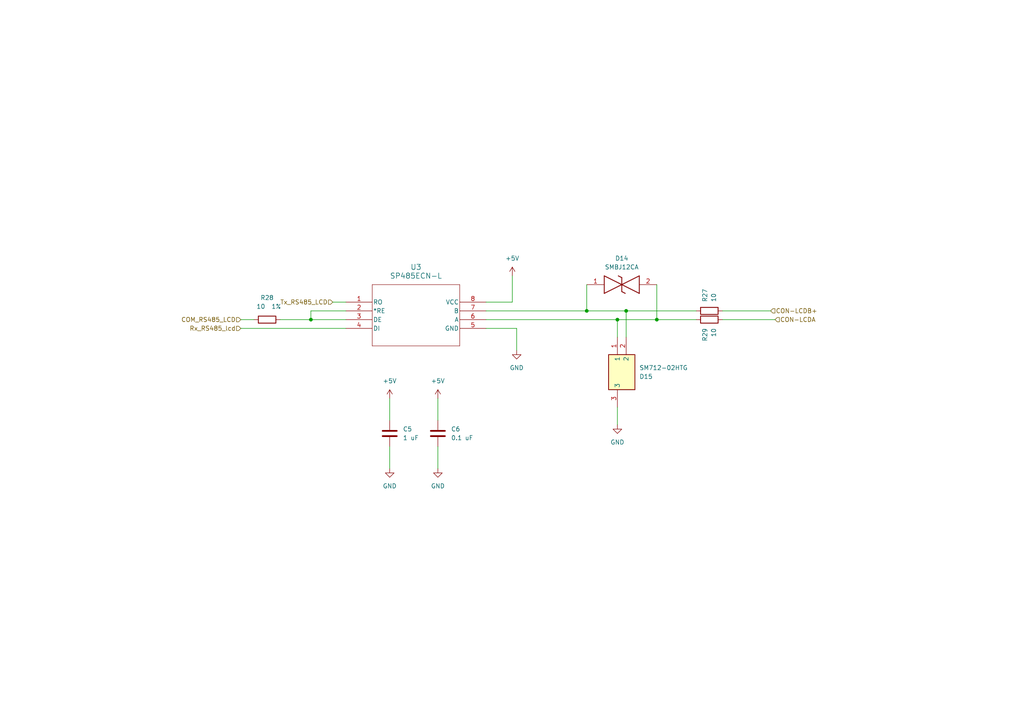
<source format=kicad_sch>
(kicad_sch (version 20230121) (generator eeschema)

  (uuid 8986246f-12e5-4317-8713-bac437ec8263)

  (paper "A4")

  (lib_symbols
    (symbol "2023-07-02_02-34-59:SP485ECN-L" (pin_names (offset 0.254)) (in_bom yes) (on_board yes)
      (property "Reference" "U" (at 20.32 10.16 0)
        (effects (font (size 1.524 1.524)))
      )
      (property "Value" "SP485ECN-L" (at 20.32 7.62 0)
        (effects (font (size 1.524 1.524)))
      )
      (property "Footprint" "NSOIC-8" (at 0 0 0)
        (effects (font (size 1.27 1.27) italic) hide)
      )
      (property "Datasheet" "SP485ECN-L" (at 0 0 0)
        (effects (font (size 1.27 1.27) italic) hide)
      )
      (property "ki_locked" "" (at 0 0 0)
        (effects (font (size 1.27 1.27)))
      )
      (property "ki_keywords" "SP485ECN-L" (at 0 0 0)
        (effects (font (size 1.27 1.27)) hide)
      )
      (property "ki_fp_filters" "NSOIC-8 NSOIC-8-M NSOIC-8-L" (at 0 0 0)
        (effects (font (size 1.27 1.27)) hide)
      )
      (symbol "SP485ECN-L_0_1"
        (polyline
          (pts
            (xy 7.62 -12.7)
            (xy 33.02 -12.7)
          )
          (stroke (width 0.127) (type default))
          (fill (type none))
        )
        (polyline
          (pts
            (xy 7.62 5.08)
            (xy 7.62 -12.7)
          )
          (stroke (width 0.127) (type default))
          (fill (type none))
        )
        (polyline
          (pts
            (xy 33.02 -12.7)
            (xy 33.02 5.08)
          )
          (stroke (width 0.127) (type default))
          (fill (type none))
        )
        (polyline
          (pts
            (xy 33.02 5.08)
            (xy 7.62 5.08)
          )
          (stroke (width 0.127) (type default))
          (fill (type none))
        )
        (pin output line (at 0 0 0) (length 7.62)
          (name "RO" (effects (font (size 1.27 1.27))))
          (number "1" (effects (font (size 1.27 1.27))))
        )
        (pin output line (at 0 -2.54 0) (length 7.62)
          (name "*RE" (effects (font (size 1.27 1.27))))
          (number "2" (effects (font (size 1.27 1.27))))
        )
        (pin output line (at 0 -5.08 0) (length 7.62)
          (name "DE" (effects (font (size 1.27 1.27))))
          (number "3" (effects (font (size 1.27 1.27))))
        )
        (pin input line (at 0 -7.62 0) (length 7.62)
          (name "DI" (effects (font (size 1.27 1.27))))
          (number "4" (effects (font (size 1.27 1.27))))
        )
        (pin power_out line (at 40.64 -7.62 180) (length 7.62)
          (name "GND" (effects (font (size 1.27 1.27))))
          (number "5" (effects (font (size 1.27 1.27))))
        )
        (pin bidirectional line (at 40.64 -5.08 180) (length 7.62)
          (name "A" (effects (font (size 1.27 1.27))))
          (number "6" (effects (font (size 1.27 1.27))))
        )
        (pin bidirectional line (at 40.64 -2.54 180) (length 7.62)
          (name "B" (effects (font (size 1.27 1.27))))
          (number "7" (effects (font (size 1.27 1.27))))
        )
        (pin power_in line (at 40.64 0 180) (length 7.62)
          (name "VCC" (effects (font (size 1.27 1.27))))
          (number "8" (effects (font (size 1.27 1.27))))
        )
      )
    )
    (symbol "Device:C" (pin_numbers hide) (pin_names (offset 0.254)) (in_bom yes) (on_board yes)
      (property "Reference" "C" (at 0.635 2.54 0)
        (effects (font (size 1.27 1.27)) (justify left))
      )
      (property "Value" "C" (at 0.635 -2.54 0)
        (effects (font (size 1.27 1.27)) (justify left))
      )
      (property "Footprint" "" (at 0.9652 -3.81 0)
        (effects (font (size 1.27 1.27)) hide)
      )
      (property "Datasheet" "~" (at 0 0 0)
        (effects (font (size 1.27 1.27)) hide)
      )
      (property "ki_keywords" "cap capacitor" (at 0 0 0)
        (effects (font (size 1.27 1.27)) hide)
      )
      (property "ki_description" "Unpolarized capacitor" (at 0 0 0)
        (effects (font (size 1.27 1.27)) hide)
      )
      (property "ki_fp_filters" "C_*" (at 0 0 0)
        (effects (font (size 1.27 1.27)) hide)
      )
      (symbol "C_0_1"
        (polyline
          (pts
            (xy -2.032 -0.762)
            (xy 2.032 -0.762)
          )
          (stroke (width 0.508) (type default))
          (fill (type none))
        )
        (polyline
          (pts
            (xy -2.032 0.762)
            (xy 2.032 0.762)
          )
          (stroke (width 0.508) (type default))
          (fill (type none))
        )
      )
      (symbol "C_1_1"
        (pin passive line (at 0 3.81 270) (length 2.794)
          (name "~" (effects (font (size 1.27 1.27))))
          (number "1" (effects (font (size 1.27 1.27))))
        )
        (pin passive line (at 0 -3.81 90) (length 2.794)
          (name "~" (effects (font (size 1.27 1.27))))
          (number "2" (effects (font (size 1.27 1.27))))
        )
      )
    )
    (symbol "Device:R" (pin_numbers hide) (pin_names (offset 0)) (in_bom yes) (on_board yes)
      (property "Reference" "R" (at 2.032 0 90)
        (effects (font (size 1.27 1.27)))
      )
      (property "Value" "R" (at 0 0 90)
        (effects (font (size 1.27 1.27)))
      )
      (property "Footprint" "" (at -1.778 0 90)
        (effects (font (size 1.27 1.27)) hide)
      )
      (property "Datasheet" "~" (at 0 0 0)
        (effects (font (size 1.27 1.27)) hide)
      )
      (property "ki_keywords" "R res resistor" (at 0 0 0)
        (effects (font (size 1.27 1.27)) hide)
      )
      (property "ki_description" "Resistor" (at 0 0 0)
        (effects (font (size 1.27 1.27)) hide)
      )
      (property "ki_fp_filters" "R_*" (at 0 0 0)
        (effects (font (size 1.27 1.27)) hide)
      )
      (symbol "R_0_1"
        (rectangle (start -1.016 -2.54) (end 1.016 2.54)
          (stroke (width 0.254) (type default))
          (fill (type none))
        )
      )
      (symbol "R_1_1"
        (pin passive line (at 0 3.81 270) (length 1.27)
          (name "~" (effects (font (size 1.27 1.27))))
          (number "1" (effects (font (size 1.27 1.27))))
        )
        (pin passive line (at 0 -3.81 90) (length 1.27)
          (name "~" (effects (font (size 1.27 1.27))))
          (number "2" (effects (font (size 1.27 1.27))))
        )
      )
    )
    (symbol "SM712-02HTG:SM712-02HTG" (in_bom yes) (on_board yes)
      (property "Reference" "D" (at 16.51 7.62 0)
        (effects (font (size 1.27 1.27)) (justify left top))
      )
      (property "Value" "SM712-02HTG" (at 16.51 5.08 0)
        (effects (font (size 1.27 1.27)) (justify left top))
      )
      (property "Footprint" "SM71202HTG" (at 16.51 -94.92 0)
        (effects (font (size 1.27 1.27)) (justify left top) hide)
      )
      (property "Datasheet" "https://www.littelfuse.com/media?resourcetype=datasheets&itemid=a4019802-ff62-41ff-bf66-295f97422f81&filename=littelfuse-tvs-diode-array-sm712-datasheet" (at 16.51 -194.92 0)
        (effects (font (size 1.27 1.27)) (justify left top) hide)
      )
      (property "Height" "1.12" (at 16.51 -394.92 0)
        (effects (font (size 1.27 1.27)) (justify left top) hide)
      )
      (property "Manufacturer_Name" "LITTELFUSE" (at 16.51 -494.92 0)
        (effects (font (size 1.27 1.27)) (justify left top) hide)
      )
      (property "Manufacturer_Part_Number" "SM712-02HTG" (at 16.51 -594.92 0)
        (effects (font (size 1.27 1.27)) (justify left top) hide)
      )
      (property "Mouser Part Number" "576-SM712-02HTG" (at 16.51 -694.92 0)
        (effects (font (size 1.27 1.27)) (justify left top) hide)
      )
      (property "Mouser Price/Stock" "https://www.mouser.co.uk/ProductDetail/Littelfuse/SM712-02HTG?qs=aGgfWYEhH7lQgBVBPCUDkw%3D%3D" (at 16.51 -794.92 0)
        (effects (font (size 1.27 1.27)) (justify left top) hide)
      )
      (property "Arrow Part Number" "SM712-02HTG" (at 16.51 -894.92 0)
        (effects (font (size 1.27 1.27)) (justify left top) hide)
      )
      (property "Arrow Price/Stock" "https://www.arrow.com/en/products/sm712-02htg/littelfuse?region=europe" (at 16.51 -994.92 0)
        (effects (font (size 1.27 1.27)) (justify left top) hide)
      )
      (property "ki_description" "31V, 19V Clamp 19A (8/20s) Ipp Tvs Diode Surface Mount SOT-23-3" (at 0 0 0)
        (effects (font (size 1.27 1.27)) hide)
      )
      (symbol "SM712-02HTG_1_1"
        (rectangle (start 5.08 2.54) (end 15.24 -5.08)
          (stroke (width 0.254) (type default))
          (fill (type background))
        )
        (pin passive line (at 0 0 0) (length 5.08)
          (name "1" (effects (font (size 1.27 1.27))))
          (number "1" (effects (font (size 1.27 1.27))))
        )
        (pin passive line (at 0 -2.54 0) (length 5.08)
          (name "2" (effects (font (size 1.27 1.27))))
          (number "2" (effects (font (size 1.27 1.27))))
        )
        (pin passive line (at 20.32 0 180) (length 5.08)
          (name "3" (effects (font (size 1.27 1.27))))
          (number "3" (effects (font (size 1.27 1.27))))
        )
      )
    )
    (symbol "SMBJ12CA:SMBJ12CA" (pin_names hide) (in_bom yes) (on_board yes)
      (property "Reference" "D" (at 12.7 8.89 0)
        (effects (font (size 1.27 1.27)) (justify left bottom))
      )
      (property "Value" "SMBJ12CA" (at 12.7 6.35 0)
        (effects (font (size 1.27 1.27)) (justify left bottom))
      )
      (property "Footprint" "DIONM5443X244N" (at 12.7 -93.65 0)
        (effects (font (size 1.27 1.27)) (justify left bottom) hide)
      )
      (property "Datasheet" "https://datasheet.datasheetarchive.com/originals/distributors/Datasheets-DGA26/1840764.pdf" (at 12.7 -193.65 0)
        (effects (font (size 1.27 1.27)) (justify left bottom) hide)
      )
      (property "Height" "2.44" (at 12.7 -393.65 0)
        (effects (font (size 1.27 1.27)) (justify left bottom) hide)
      )
      (property "Mouser Part Number" "652-SMBJ12CA" (at 12.7 -493.65 0)
        (effects (font (size 1.27 1.27)) (justify left bottom) hide)
      )
      (property "Mouser Price/Stock" "https://www.mouser.co.uk/ProductDetail/Bourns/SMBJ12CA?qs=d7fLapxX37HuPPjHuz97DA%3D%3D" (at 12.7 -593.65 0)
        (effects (font (size 1.27 1.27)) (justify left bottom) hide)
      )
      (property "Manufacturer_Name" "Bourns" (at 12.7 -693.65 0)
        (effects (font (size 1.27 1.27)) (justify left bottom) hide)
      )
      (property "Manufacturer_Part_Number" "SMBJ12CA" (at 12.7 -793.65 0)
        (effects (font (size 1.27 1.27)) (justify left bottom) hide)
      )
      (property "ki_description" "BOURNS - SMBJ12CA - TVS DIODE, 600W, 12V, BIDIR, DO-214AA" (at 0 0 0)
        (effects (font (size 1.27 1.27)) hide)
      )
      (symbol "SMBJ12CA_1_1"
        (polyline
          (pts
            (xy 5.08 2.54)
            (xy 5.08 -2.54)
          )
          (stroke (width 0.254) (type default))
          (fill (type none))
        )
        (polyline
          (pts
            (xy 5.08 2.54)
            (xy 10.16 0)
          )
          (stroke (width 0.254) (type default))
          (fill (type none))
        )
        (polyline
          (pts
            (xy 9.144 2.54)
            (xy 10.16 2.032)
          )
          (stroke (width 0.254) (type default))
          (fill (type none))
        )
        (polyline
          (pts
            (xy 10.16 -2.032)
            (xy 10.16 2.032)
          )
          (stroke (width 0.254) (type default))
          (fill (type none))
        )
        (polyline
          (pts
            (xy 10.16 -2.032)
            (xy 11.176 -2.54)
          )
          (stroke (width 0.254) (type default))
          (fill (type none))
        )
        (polyline
          (pts
            (xy 10.16 0)
            (xy 5.08 -2.54)
          )
          (stroke (width 0.254) (type default))
          (fill (type none))
        )
        (polyline
          (pts
            (xy 10.16 0)
            (xy 15.24 -2.54)
          )
          (stroke (width 0.254) (type default))
          (fill (type none))
        )
        (polyline
          (pts
            (xy 15.24 2.54)
            (xy 10.16 0)
          )
          (stroke (width 0.254) (type default))
          (fill (type none))
        )
        (polyline
          (pts
            (xy 15.24 2.54)
            (xy 15.24 -2.54)
          )
          (stroke (width 0.254) (type default))
          (fill (type none))
        )
        (pin passive line (at 0 0 0) (length 5.08)
          (name "1" (effects (font (size 1.27 1.27))))
          (number "1" (effects (font (size 1.27 1.27))))
        )
        (pin passive line (at 20.32 0 180) (length 5.08)
          (name "2" (effects (font (size 1.27 1.27))))
          (number "2" (effects (font (size 1.27 1.27))))
        )
      )
    )
    (symbol "power:+5V" (power) (pin_names (offset 0)) (in_bom yes) (on_board yes)
      (property "Reference" "#PWR" (at 0 -3.81 0)
        (effects (font (size 1.27 1.27)) hide)
      )
      (property "Value" "+5V" (at 0 3.556 0)
        (effects (font (size 1.27 1.27)))
      )
      (property "Footprint" "" (at 0 0 0)
        (effects (font (size 1.27 1.27)) hide)
      )
      (property "Datasheet" "" (at 0 0 0)
        (effects (font (size 1.27 1.27)) hide)
      )
      (property "ki_keywords" "global power" (at 0 0 0)
        (effects (font (size 1.27 1.27)) hide)
      )
      (property "ki_description" "Power symbol creates a global label with name \"+5V\"" (at 0 0 0)
        (effects (font (size 1.27 1.27)) hide)
      )
      (symbol "+5V_0_1"
        (polyline
          (pts
            (xy -0.762 1.27)
            (xy 0 2.54)
          )
          (stroke (width 0) (type default))
          (fill (type none))
        )
        (polyline
          (pts
            (xy 0 0)
            (xy 0 2.54)
          )
          (stroke (width 0) (type default))
          (fill (type none))
        )
        (polyline
          (pts
            (xy 0 2.54)
            (xy 0.762 1.27)
          )
          (stroke (width 0) (type default))
          (fill (type none))
        )
      )
      (symbol "+5V_1_1"
        (pin power_in line (at 0 0 90) (length 0) hide
          (name "+5V" (effects (font (size 1.27 1.27))))
          (number "1" (effects (font (size 1.27 1.27))))
        )
      )
    )
    (symbol "power:GND" (power) (pin_names (offset 0)) (in_bom yes) (on_board yes)
      (property "Reference" "#PWR" (at 0 -6.35 0)
        (effects (font (size 1.27 1.27)) hide)
      )
      (property "Value" "GND" (at 0 -3.81 0)
        (effects (font (size 1.27 1.27)))
      )
      (property "Footprint" "" (at 0 0 0)
        (effects (font (size 1.27 1.27)) hide)
      )
      (property "Datasheet" "" (at 0 0 0)
        (effects (font (size 1.27 1.27)) hide)
      )
      (property "ki_keywords" "global power" (at 0 0 0)
        (effects (font (size 1.27 1.27)) hide)
      )
      (property "ki_description" "Power symbol creates a global label with name \"GND\" , ground" (at 0 0 0)
        (effects (font (size 1.27 1.27)) hide)
      )
      (symbol "GND_0_1"
        (polyline
          (pts
            (xy 0 0)
            (xy 0 -1.27)
            (xy 1.27 -1.27)
            (xy 0 -2.54)
            (xy -1.27 -1.27)
            (xy 0 -1.27)
          )
          (stroke (width 0) (type default))
          (fill (type none))
        )
      )
      (symbol "GND_1_1"
        (pin power_in line (at 0 0 270) (length 0) hide
          (name "GND" (effects (font (size 1.27 1.27))))
          (number "1" (effects (font (size 1.27 1.27))))
        )
      )
    )
  )

  (junction (at 90.17 92.71) (diameter 0) (color 0 0 0 0)
    (uuid 37dab96d-ac0e-4af3-8cd6-3394e5bd4e98)
  )
  (junction (at 170.18 90.17) (diameter 0) (color 0 0 0 0)
    (uuid 5510296b-e7b6-4b12-aa6f-080f849b23a0)
  )
  (junction (at 179.07 92.71) (diameter 0) (color 0 0 0 0)
    (uuid 6eab371b-a74a-4a0b-800b-b2d1d62ce766)
  )
  (junction (at 181.61 90.17) (diameter 0) (color 0 0 0 0)
    (uuid d1ec1c5a-8c70-4d8f-b7a5-5aeaedaae951)
  )
  (junction (at 190.5 92.71) (diameter 0) (color 0 0 0 0)
    (uuid ec1def3d-48b2-4a18-a03c-3a8d276fdc18)
  )

  (wire (pts (xy 149.86 101.6) (xy 149.86 95.25))
    (stroke (width 0) (type default))
    (uuid 07a28e38-d5e9-4bdd-aa61-108b332971fe)
  )
  (wire (pts (xy 179.07 92.71) (xy 190.5 92.71))
    (stroke (width 0) (type default))
    (uuid 086063c4-b097-4bc3-a2e8-58e9be260940)
  )
  (wire (pts (xy 190.5 92.71) (xy 201.93 92.71))
    (stroke (width 0) (type default))
    (uuid 08c0997a-b626-4c61-aae4-06df0b1b3672)
  )
  (wire (pts (xy 96.52 87.63) (xy 100.33 87.63))
    (stroke (width 0) (type default))
    (uuid 199fc8db-b628-4eda-b6c4-955ae754cf3b)
  )
  (wire (pts (xy 190.5 82.55) (xy 190.5 92.71))
    (stroke (width 0) (type default))
    (uuid 19da5969-ec6e-45fa-a697-f4fbbe3f540f)
  )
  (wire (pts (xy 69.85 92.71) (xy 73.66 92.71))
    (stroke (width 0) (type default))
    (uuid 208f4ced-ee42-4796-a0c8-8dbf007878fa)
  )
  (wire (pts (xy 140.97 90.17) (xy 170.18 90.17))
    (stroke (width 0) (type default))
    (uuid 29471481-c86f-4ef7-bf12-0fe356339b44)
  )
  (wire (pts (xy 140.97 92.71) (xy 179.07 92.71))
    (stroke (width 0) (type default))
    (uuid 3b91358c-683e-4e1c-bcf0-749e305b0207)
  )
  (wire (pts (xy 149.86 95.25) (xy 140.97 95.25))
    (stroke (width 0) (type default))
    (uuid 60a60f65-4ba2-45a9-a77a-b69a37c8b4a2)
  )
  (wire (pts (xy 179.07 118.11) (xy 179.07 123.19))
    (stroke (width 0) (type default))
    (uuid 6326e931-040f-436b-a6e5-cad2804f91d1)
  )
  (wire (pts (xy 179.07 92.71) (xy 179.07 97.79))
    (stroke (width 0) (type default))
    (uuid 65fd37a2-edf1-492b-a801-b252374317c9)
  )
  (wire (pts (xy 209.55 92.71) (xy 224.79 92.71))
    (stroke (width 0) (type default))
    (uuid 7fa24f01-d293-4453-8e01-88cd55dae17c)
  )
  (wire (pts (xy 81.28 92.71) (xy 90.17 92.71))
    (stroke (width 0) (type default))
    (uuid 8723c836-2bb5-457d-808b-b98cd56ccc0a)
  )
  (wire (pts (xy 148.59 80.01) (xy 148.59 87.63))
    (stroke (width 0) (type default))
    (uuid 97690a7e-c5f1-43ff-afa9-8d3e6b61d731)
  )
  (wire (pts (xy 170.18 90.17) (xy 181.61 90.17))
    (stroke (width 0) (type default))
    (uuid 9c0275b1-0c10-4988-abf2-4acf35c0f4fe)
  )
  (wire (pts (xy 69.85 95.25) (xy 100.33 95.25))
    (stroke (width 0) (type default))
    (uuid a328589a-f805-43b2-8496-4da48bf3fb23)
  )
  (wire (pts (xy 90.17 90.17) (xy 100.33 90.17))
    (stroke (width 0) (type default))
    (uuid a91cc03b-50f0-4bbe-af3f-6b08e2d339b9)
  )
  (wire (pts (xy 170.18 82.55) (xy 170.18 90.17))
    (stroke (width 0) (type default))
    (uuid b9996c4e-af85-4cc0-90f9-321d2dbeee06)
  )
  (wire (pts (xy 148.59 87.63) (xy 140.97 87.63))
    (stroke (width 0) (type default))
    (uuid bc44c4d2-b79c-4464-b97d-c5394f065460)
  )
  (wire (pts (xy 127 129.54) (xy 127 135.89))
    (stroke (width 0) (type default))
    (uuid bc919518-1add-4762-b803-f877ed5fe592)
  )
  (wire (pts (xy 209.55 90.17) (xy 223.52 90.17))
    (stroke (width 0) (type default))
    (uuid be0b82de-047c-4238-bad8-daffb14367ee)
  )
  (wire (pts (xy 181.61 90.17) (xy 181.61 97.79))
    (stroke (width 0) (type default))
    (uuid c6509f87-dbef-495c-ab53-3b2b8e9e5b1a)
  )
  (wire (pts (xy 181.61 90.17) (xy 201.93 90.17))
    (stroke (width 0) (type default))
    (uuid cde1af3d-ad8b-485d-909b-b0661c12cd5e)
  )
  (wire (pts (xy 113.03 115.57) (xy 113.03 121.92))
    (stroke (width 0) (type default))
    (uuid e5a16481-9678-4b41-8668-a0a37923c466)
  )
  (wire (pts (xy 113.03 129.54) (xy 113.03 135.89))
    (stroke (width 0) (type default))
    (uuid ecfcd054-c3ba-45b8-9d42-914f6519e2a6)
  )
  (wire (pts (xy 90.17 92.71) (xy 90.17 90.17))
    (stroke (width 0) (type default))
    (uuid edfae7da-540a-4846-9b0e-4378142b189d)
  )
  (wire (pts (xy 90.17 92.71) (xy 100.33 92.71))
    (stroke (width 0) (type default))
    (uuid f4b2e774-3e11-4b46-935d-ddc29edb06d2)
  )
  (wire (pts (xy 127 115.57) (xy 127 121.92))
    (stroke (width 0) (type default))
    (uuid f905cd09-3daf-4e28-97c6-527647c8f049)
  )

  (hierarchical_label "COM_RS485_LCD" (shape input) (at 69.85 92.71 180) (fields_autoplaced)
    (effects (font (size 1.27 1.27)) (justify right))
    (uuid 36fe0182-d8ba-4a99-b33e-edde74000804)
  )
  (hierarchical_label "CON-LCDB+" (shape input) (at 223.52 90.17 0) (fields_autoplaced)
    (effects (font (size 1.27 1.27)) (justify left))
    (uuid 53e2e18b-65c4-41c1-abc5-0f630e5b6374)
  )
  (hierarchical_label "Tx_RS485_LCD" (shape input) (at 96.52 87.63 180) (fields_autoplaced)
    (effects (font (size 1.27 1.27)) (justify right))
    (uuid 7724242d-389b-4c5f-9460-6287344cbbe6)
  )
  (hierarchical_label "Rx_RS485_lcd" (shape input) (at 69.85 95.25 180) (fields_autoplaced)
    (effects (font (size 1.27 1.27)) (justify right))
    (uuid a5040393-6ce9-4f62-9c8a-8c03bb4d3937)
  )
  (hierarchical_label "CON-LCDA" (shape input) (at 224.79 92.71 0) (fields_autoplaced)
    (effects (font (size 1.27 1.27)) (justify left))
    (uuid e9025136-a6e8-43f6-a85d-7b794f056f3e)
  )

  (symbol (lib_id "power:+5V") (at 113.03 115.57 0) (unit 1)
    (in_bom yes) (on_board yes) (dnp no) (fields_autoplaced)
    (uuid 170aad8c-4af0-4218-a9ed-481a5a9e28f6)
    (property "Reference" "#PWR034" (at 113.03 119.38 0)
      (effects (font (size 1.27 1.27)) hide)
    )
    (property "Value" "+5V" (at 113.03 110.49 0)
      (effects (font (size 1.27 1.27)))
    )
    (property "Footprint" "" (at 113.03 115.57 0)
      (effects (font (size 1.27 1.27)) hide)
    )
    (property "Datasheet" "" (at 113.03 115.57 0)
      (effects (font (size 1.27 1.27)) hide)
    )
    (pin "1" (uuid 136c04e6-bd0b-4de8-805d-c2839910622e))
    (instances
      (project "Room_Link"
        (path "/c4ebd78f-0c54-42fb-8411-155772684713/6ffab1c0-a902-4896-acce-96f8f8ea2f51/8d7c8ed9-ca53-4563-8d3f-2b2a3ea9afb6"
          (reference "#PWR034") (unit 1)
        )
      )
    )
  )

  (symbol (lib_id "Device:R") (at 205.74 92.71 90) (unit 1)
    (in_bom yes) (on_board yes) (dnp no)
    (uuid 24e6af76-1872-4a77-b585-20f81cbdcaf1)
    (property "Reference" "R29" (at 204.47 99.06 0)
      (effects (font (size 1.27 1.27)) (justify left))
    )
    (property "Value" "10" (at 207.01 97.79 0)
      (effects (font (size 1.27 1.27)) (justify left))
    )
    (property "Footprint" "Resistor_SMD:R_0805_2012Metric_Pad1.20x1.40mm_HandSolder" (at 205.74 94.488 90)
      (effects (font (size 1.27 1.27)) hide)
    )
    (property "Datasheet" "~" (at 205.74 92.71 0)
      (effects (font (size 1.27 1.27)) hide)
    )
    (pin "1" (uuid 9a8f0463-655a-4482-a593-343cf5d0d744))
    (pin "2" (uuid d3953cea-7faa-4484-8a9c-7cb895952559))
    (instances
      (project "Room_Link"
        (path "/c4ebd78f-0c54-42fb-8411-155772684713/6ffab1c0-a902-4896-acce-96f8f8ea2f51/8d7c8ed9-ca53-4563-8d3f-2b2a3ea9afb6"
          (reference "R29") (unit 1)
        )
      )
    )
  )

  (symbol (lib_id "SMBJ12CA:SMBJ12CA") (at 170.18 82.55 0) (unit 1)
    (in_bom yes) (on_board yes) (dnp no) (fields_autoplaced)
    (uuid 381b3f30-aabf-4be5-9d02-a358c345f1e1)
    (property "Reference" "D14" (at 180.34 74.93 0)
      (effects (font (size 1.27 1.27)))
    )
    (property "Value" "SMBJ12CA" (at 180.34 77.47 0)
      (effects (font (size 1.27 1.27)))
    )
    (property "Footprint" "nuevo simbolo:SMBJ12CA" (at 182.88 176.2 0)
      (effects (font (size 1.27 1.27)) (justify left bottom) hide)
    )
    (property "Datasheet" "https://datasheet.datasheetarchive.com/originals/distributors/Datasheets-DGA26/1840764.pdf" (at 182.88 276.2 0)
      (effects (font (size 1.27 1.27)) (justify left bottom) hide)
    )
    (property "Height" "2.44" (at 182.88 476.2 0)
      (effects (font (size 1.27 1.27)) (justify left bottom) hide)
    )
    (property "Mouser Part Number" "652-SMBJ12CA" (at 182.88 576.2 0)
      (effects (font (size 1.27 1.27)) (justify left bottom) hide)
    )
    (property "Mouser Price/Stock" "https://www.mouser.co.uk/ProductDetail/Bourns/SMBJ12CA?qs=d7fLapxX37HuPPjHuz97DA%3D%3D" (at 182.88 676.2 0)
      (effects (font (size 1.27 1.27)) (justify left bottom) hide)
    )
    (property "Manufacturer_Name" "Bourns" (at 182.88 776.2 0)
      (effects (font (size 1.27 1.27)) (justify left bottom) hide)
    )
    (property "Manufacturer_Part_Number" "SMBJ12CA" (at 182.88 876.2 0)
      (effects (font (size 1.27 1.27)) (justify left bottom) hide)
    )
    (pin "1" (uuid 289d10e8-0651-45db-9f88-f68ed87a6c16))
    (pin "2" (uuid 7fc24689-6c15-4dd4-b553-f26cb727ea2d))
    (instances
      (project "Room_Link"
        (path "/c4ebd78f-0c54-42fb-8411-155772684713/6ffab1c0-a902-4896-acce-96f8f8ea2f51/8d7c8ed9-ca53-4563-8d3f-2b2a3ea9afb6"
          (reference "D14") (unit 1)
        )
      )
    )
  )

  (symbol (lib_id "Device:C") (at 113.03 125.73 0) (unit 1)
    (in_bom yes) (on_board yes) (dnp no) (fields_autoplaced)
    (uuid 3ccd9cf7-3e29-4021-a327-2d301ae5483d)
    (property "Reference" "C5" (at 116.84 124.46 0)
      (effects (font (size 1.27 1.27)) (justify left))
    )
    (property "Value" "1 uF" (at 116.84 127 0)
      (effects (font (size 1.27 1.27)) (justify left))
    )
    (property "Footprint" "Capacitor_SMD:C_0805_2012Metric_Pad1.18x1.45mm_HandSolder" (at 113.9952 129.54 0)
      (effects (font (size 1.27 1.27)) hide)
    )
    (property "Datasheet" "~" (at 113.03 125.73 0)
      (effects (font (size 1.27 1.27)) hide)
    )
    (pin "1" (uuid 6291d37a-46c8-4d58-8a42-b52356b2c2d3))
    (pin "2" (uuid 5a4cf14d-4108-4911-93a1-99a67cb8c3bd))
    (instances
      (project "Room_Link"
        (path "/c4ebd78f-0c54-42fb-8411-155772684713/6ffab1c0-a902-4896-acce-96f8f8ea2f51/8d7c8ed9-ca53-4563-8d3f-2b2a3ea9afb6"
          (reference "C5") (unit 1)
        )
      )
    )
  )

  (symbol (lib_id "Device:C") (at 127 125.73 0) (unit 1)
    (in_bom yes) (on_board yes) (dnp no) (fields_autoplaced)
    (uuid 4748ce1a-7b5f-4119-8de8-b88d3b729466)
    (property "Reference" "C6" (at 130.81 124.46 0)
      (effects (font (size 1.27 1.27)) (justify left))
    )
    (property "Value" "0.1 uF" (at 130.81 127 0)
      (effects (font (size 1.27 1.27)) (justify left))
    )
    (property "Footprint" "Capacitor_SMD:C_0805_2012Metric_Pad1.18x1.45mm_HandSolder" (at 127.9652 129.54 0)
      (effects (font (size 1.27 1.27)) hide)
    )
    (property "Datasheet" "~" (at 127 125.73 0)
      (effects (font (size 1.27 1.27)) hide)
    )
    (pin "1" (uuid ac8b4695-9a9c-4a40-b90b-f9feeef89e89))
    (pin "2" (uuid 33261f7b-b162-4228-a988-04c95c41e143))
    (instances
      (project "Room_Link"
        (path "/c4ebd78f-0c54-42fb-8411-155772684713/6ffab1c0-a902-4896-acce-96f8f8ea2f51/8d7c8ed9-ca53-4563-8d3f-2b2a3ea9afb6"
          (reference "C6") (unit 1)
        )
      )
    )
  )

  (symbol (lib_id "power:GND") (at 149.86 101.6 0) (unit 1)
    (in_bom yes) (on_board yes) (dnp no) (fields_autoplaced)
    (uuid 497b1e4c-4f1a-40ab-997e-1c0a8afdd5b7)
    (property "Reference" "#PWR039" (at 149.86 107.95 0)
      (effects (font (size 1.27 1.27)) hide)
    )
    (property "Value" "GND" (at 149.86 106.68 0)
      (effects (font (size 1.27 1.27)))
    )
    (property "Footprint" "" (at 149.86 101.6 0)
      (effects (font (size 1.27 1.27)) hide)
    )
    (property "Datasheet" "" (at 149.86 101.6 0)
      (effects (font (size 1.27 1.27)) hide)
    )
    (pin "1" (uuid 7143b66d-cb86-4289-918c-204d0d8fb3b2))
    (instances
      (project "Room_Link"
        (path "/c4ebd78f-0c54-42fb-8411-155772684713/6ffab1c0-a902-4896-acce-96f8f8ea2f51/8d7c8ed9-ca53-4563-8d3f-2b2a3ea9afb6"
          (reference "#PWR039") (unit 1)
        )
      )
    )
  )

  (symbol (lib_id "2023-07-02_02-34-59:SP485ECN-L") (at 100.33 87.63 0) (unit 1)
    (in_bom yes) (on_board yes) (dnp no) (fields_autoplaced)
    (uuid 4da45e17-6a17-42d6-b9ca-d358af95ee37)
    (property "Reference" "U3" (at 120.65 77.47 0)
      (effects (font (size 1.524 1.524)))
    )
    (property "Value" "SP485ECN-L" (at 120.65 80.01 0)
      (effects (font (size 1.524 1.524)))
    )
    (property "Footprint" "footprints:NSOIC-8-L" (at 100.33 87.63 0)
      (effects (font (size 1.27 1.27) italic) hide)
    )
    (property "Datasheet" "SP485ECN-L" (at 100.33 87.63 0)
      (effects (font (size 1.27 1.27) italic) hide)
    )
    (pin "1" (uuid a1a730ee-2355-479d-b08c-53dc2f1b4269))
    (pin "2" (uuid 0450ad56-1459-4937-99d7-4740760bce07))
    (pin "3" (uuid 09bfa98b-d71a-4f73-881f-046041e0516c))
    (pin "4" (uuid 4f5d6dab-4590-4610-bc40-8e9d3769254a))
    (pin "5" (uuid 9a8fbe3a-dd30-462f-b7cd-55394dfeabdf))
    (pin "6" (uuid e7bceaae-ea06-4e80-b105-2e83219c0851))
    (pin "7" (uuid 3d595f4b-0d3e-4baa-9488-db6a32102ce1))
    (pin "8" (uuid 51064b1a-6ee4-4301-b846-b228e6a0455d))
    (instances
      (project "Room_Link"
        (path "/c4ebd78f-0c54-42fb-8411-155772684713/6ffab1c0-a902-4896-acce-96f8f8ea2f51/8d7c8ed9-ca53-4563-8d3f-2b2a3ea9afb6"
          (reference "U3") (unit 1)
        )
      )
    )
  )

  (symbol (lib_id "power:GND") (at 113.03 135.89 0) (unit 1)
    (in_bom yes) (on_board yes) (dnp no) (fields_autoplaced)
    (uuid 523434c4-adc5-42a8-b56c-f7c62000ca69)
    (property "Reference" "#PWR036" (at 113.03 142.24 0)
      (effects (font (size 1.27 1.27)) hide)
    )
    (property "Value" "GND" (at 113.03 140.97 0)
      (effects (font (size 1.27 1.27)))
    )
    (property "Footprint" "" (at 113.03 135.89 0)
      (effects (font (size 1.27 1.27)) hide)
    )
    (property "Datasheet" "" (at 113.03 135.89 0)
      (effects (font (size 1.27 1.27)) hide)
    )
    (pin "1" (uuid 1ee49439-0195-444a-a6f9-f73d2edd3d3e))
    (instances
      (project "Room_Link"
        (path "/c4ebd78f-0c54-42fb-8411-155772684713/6ffab1c0-a902-4896-acce-96f8f8ea2f51/8d7c8ed9-ca53-4563-8d3f-2b2a3ea9afb6"
          (reference "#PWR036") (unit 1)
        )
      )
    )
  )

  (symbol (lib_id "Device:R") (at 77.47 92.71 90) (unit 1)
    (in_bom yes) (on_board yes) (dnp no) (fields_autoplaced)
    (uuid 53c1cf6a-7043-4846-8960-71dd967d7f40)
    (property "Reference" "R28" (at 77.47 86.36 90)
      (effects (font (size 1.27 1.27)))
    )
    (property "Value" " 10  1%" (at 77.47 88.9 90)
      (effects (font (size 1.27 1.27)))
    )
    (property "Footprint" "Resistor_SMD:R_0805_2012Metric_Pad1.20x1.40mm_HandSolder" (at 77.47 94.488 90)
      (effects (font (size 1.27 1.27)) hide)
    )
    (property "Datasheet" "~" (at 77.47 92.71 0)
      (effects (font (size 1.27 1.27)) hide)
    )
    (pin "1" (uuid c8d5cfc5-b7c7-4ab8-8691-28de3de66b76))
    (pin "2" (uuid 9fc98d63-2348-44ae-9649-7fe9136265ce))
    (instances
      (project "Room_Link"
        (path "/c4ebd78f-0c54-42fb-8411-155772684713/6ffab1c0-a902-4896-acce-96f8f8ea2f51/8d7c8ed9-ca53-4563-8d3f-2b2a3ea9afb6"
          (reference "R28") (unit 1)
        )
      )
    )
  )

  (symbol (lib_id "power:+5V") (at 127 115.57 0) (unit 1)
    (in_bom yes) (on_board yes) (dnp no) (fields_autoplaced)
    (uuid 64deab31-7bb2-40f3-8816-a3da537e2a24)
    (property "Reference" "#PWR035" (at 127 119.38 0)
      (effects (font (size 1.27 1.27)) hide)
    )
    (property "Value" "+5V" (at 127 110.49 0)
      (effects (font (size 1.27 1.27)))
    )
    (property "Footprint" "" (at 127 115.57 0)
      (effects (font (size 1.27 1.27)) hide)
    )
    (property "Datasheet" "" (at 127 115.57 0)
      (effects (font (size 1.27 1.27)) hide)
    )
    (pin "1" (uuid b3d760d1-4454-4706-a5ec-544a846d4179))
    (instances
      (project "Room_Link"
        (path "/c4ebd78f-0c54-42fb-8411-155772684713/6ffab1c0-a902-4896-acce-96f8f8ea2f51/8d7c8ed9-ca53-4563-8d3f-2b2a3ea9afb6"
          (reference "#PWR035") (unit 1)
        )
      )
    )
  )

  (symbol (lib_id "power:GND") (at 179.07 123.19 0) (unit 1)
    (in_bom yes) (on_board yes) (dnp no) (fields_autoplaced)
    (uuid 7dffd985-7f5c-4d0c-8428-7ea918a5ffad)
    (property "Reference" "#PWR040" (at 179.07 129.54 0)
      (effects (font (size 1.27 1.27)) hide)
    )
    (property "Value" "GND" (at 179.07 128.27 0)
      (effects (font (size 1.27 1.27)))
    )
    (property "Footprint" "" (at 179.07 123.19 0)
      (effects (font (size 1.27 1.27)) hide)
    )
    (property "Datasheet" "" (at 179.07 123.19 0)
      (effects (font (size 1.27 1.27)) hide)
    )
    (pin "1" (uuid a83a4445-d14e-44fa-a033-959f337859fe))
    (instances
      (project "Room_Link"
        (path "/c4ebd78f-0c54-42fb-8411-155772684713/6ffab1c0-a902-4896-acce-96f8f8ea2f51/8d7c8ed9-ca53-4563-8d3f-2b2a3ea9afb6"
          (reference "#PWR040") (unit 1)
        )
      )
    )
  )

  (symbol (lib_id "power:GND") (at 127 135.89 0) (unit 1)
    (in_bom yes) (on_board yes) (dnp no) (fields_autoplaced)
    (uuid 7e0ffc8f-9fe2-45b2-a8a5-c269a4c258dd)
    (property "Reference" "#PWR037" (at 127 142.24 0)
      (effects (font (size 1.27 1.27)) hide)
    )
    (property "Value" "GND" (at 127 140.97 0)
      (effects (font (size 1.27 1.27)))
    )
    (property "Footprint" "" (at 127 135.89 0)
      (effects (font (size 1.27 1.27)) hide)
    )
    (property "Datasheet" "" (at 127 135.89 0)
      (effects (font (size 1.27 1.27)) hide)
    )
    (pin "1" (uuid e72505ee-effa-4fa5-8733-b98458fb61b5))
    (instances
      (project "Room_Link"
        (path "/c4ebd78f-0c54-42fb-8411-155772684713/6ffab1c0-a902-4896-acce-96f8f8ea2f51/8d7c8ed9-ca53-4563-8d3f-2b2a3ea9afb6"
          (reference "#PWR037") (unit 1)
        )
      )
    )
  )

  (symbol (lib_id "SM712-02HTG:SM712-02HTG") (at 179.07 97.79 90) (mirror x) (unit 1)
    (in_bom yes) (on_board yes) (dnp no)
    (uuid 8389d1f1-9750-401a-9166-36f502c4d40a)
    (property "Reference" "D15" (at 185.42 109.22 90)
      (effects (font (size 1.27 1.27)) (justify right))
    )
    (property "Value" "SM712-02HTG" (at 185.42 106.68 90)
      (effects (font (size 1.27 1.27)) (justify right))
    )
    (property "Footprint" "sm712:SM71202HTG" (at 273.99 114.3 0)
      (effects (font (size 1.27 1.27)) (justify left top) hide)
    )
    (property "Datasheet" "https://www.littelfuse.com/media?resourcetype=datasheets&itemid=a4019802-ff62-41ff-bf66-295f97422f81&filename=littelfuse-tvs-diode-array-sm712-datasheet" (at 373.99 114.3 0)
      (effects (font (size 1.27 1.27)) (justify left top) hide)
    )
    (property "Height" "1.12" (at 573.99 114.3 0)
      (effects (font (size 1.27 1.27)) (justify left top) hide)
    )
    (property "Manufacturer_Name" "LITTELFUSE" (at 673.99 114.3 0)
      (effects (font (size 1.27 1.27)) (justify left top) hide)
    )
    (property "Manufacturer_Part_Number" "SM712-02HTG" (at 773.99 114.3 0)
      (effects (font (size 1.27 1.27)) (justify left top) hide)
    )
    (property "Mouser Part Number" "576-SM712-02HTG" (at 873.99 114.3 0)
      (effects (font (size 1.27 1.27)) (justify left top) hide)
    )
    (property "Mouser Price/Stock" "https://www.mouser.co.uk/ProductDetail/Littelfuse/SM712-02HTG?qs=aGgfWYEhH7lQgBVBPCUDkw%3D%3D" (at 973.99 114.3 0)
      (effects (font (size 1.27 1.27)) (justify left top) hide)
    )
    (property "Arrow Part Number" "SM712-02HTG" (at 1073.99 114.3 0)
      (effects (font (size 1.27 1.27)) (justify left top) hide)
    )
    (property "Arrow Price/Stock" "https://www.arrow.com/en/products/sm712-02htg/littelfuse?region=europe" (at 1173.99 114.3 0)
      (effects (font (size 1.27 1.27)) (justify left top) hide)
    )
    (pin "1" (uuid 93f3f1fd-ed73-4fd4-a579-245eb626314b))
    (pin "2" (uuid c5269ca3-71d7-4695-a78b-a1bf5afbc9e5))
    (pin "3" (uuid 11fe7307-baab-4cb7-82be-6cfb5ef8f04d))
    (instances
      (project "Room_Link"
        (path "/c4ebd78f-0c54-42fb-8411-155772684713/6ffab1c0-a902-4896-acce-96f8f8ea2f51/8d7c8ed9-ca53-4563-8d3f-2b2a3ea9afb6"
          (reference "D15") (unit 1)
        )
      )
    )
  )

  (symbol (lib_id "power:+5V") (at 148.59 80.01 0) (unit 1)
    (in_bom yes) (on_board yes) (dnp no) (fields_autoplaced)
    (uuid a508b5bf-304b-4e92-9e35-58486975626b)
    (property "Reference" "#PWR038" (at 148.59 83.82 0)
      (effects (font (size 1.27 1.27)) hide)
    )
    (property "Value" "+5V" (at 148.59 74.93 0)
      (effects (font (size 1.27 1.27)))
    )
    (property "Footprint" "" (at 148.59 80.01 0)
      (effects (font (size 1.27 1.27)) hide)
    )
    (property "Datasheet" "" (at 148.59 80.01 0)
      (effects (font (size 1.27 1.27)) hide)
    )
    (pin "1" (uuid ca86ccfc-c5fc-43f0-b0bd-c52dbcd932ba))
    (instances
      (project "Room_Link"
        (path "/c4ebd78f-0c54-42fb-8411-155772684713/6ffab1c0-a902-4896-acce-96f8f8ea2f51/8d7c8ed9-ca53-4563-8d3f-2b2a3ea9afb6"
          (reference "#PWR038") (unit 1)
        )
      )
    )
  )

  (symbol (lib_id "Device:R") (at 205.74 90.17 90) (unit 1)
    (in_bom yes) (on_board yes) (dnp no) (fields_autoplaced)
    (uuid b5ce3b83-0032-4742-b6d5-c596b9ba6b16)
    (property "Reference" "R27" (at 204.47 87.63 0)
      (effects (font (size 1.27 1.27)) (justify left))
    )
    (property "Value" "10" (at 207.01 87.63 0)
      (effects (font (size 1.27 1.27)) (justify left))
    )
    (property "Footprint" "Resistor_SMD:R_0805_2012Metric_Pad1.20x1.40mm_HandSolder" (at 205.74 91.948 90)
      (effects (font (size 1.27 1.27)) hide)
    )
    (property "Datasheet" "~" (at 205.74 90.17 0)
      (effects (font (size 1.27 1.27)) hide)
    )
    (pin "1" (uuid 814a445b-b1ae-4ea2-a979-36b7edd57573))
    (pin "2" (uuid 23f012c3-ae08-49e0-9621-9021fe6df16c))
    (instances
      (project "Room_Link"
        (path "/c4ebd78f-0c54-42fb-8411-155772684713/6ffab1c0-a902-4896-acce-96f8f8ea2f51/8d7c8ed9-ca53-4563-8d3f-2b2a3ea9afb6"
          (reference "R27") (unit 1)
        )
      )
    )
  )
)

</source>
